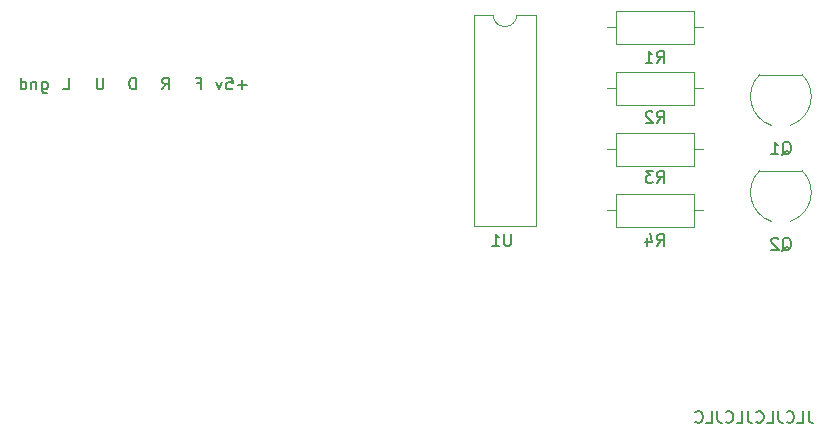
<source format=gbo>
%TF.GenerationSoftware,KiCad,Pcbnew,(5.1.10)-1*%
%TF.CreationDate,2021-06-16T14:50:00-05:00*%
%TF.ProjectId,nes-c64,6e65732d-6336-4342-9e6b-696361645f70,rev?*%
%TF.SameCoordinates,Original*%
%TF.FileFunction,Legend,Bot*%
%TF.FilePolarity,Positive*%
%FSLAX46Y46*%
G04 Gerber Fmt 4.6, Leading zero omitted, Abs format (unit mm)*
G04 Created by KiCad (PCBNEW (5.1.10)-1) date 2021-06-16 14:50:00*
%MOMM*%
%LPD*%
G01*
G04 APERTURE LIST*
%ADD10C,0.150000*%
%ADD11C,0.120000*%
%ADD12O,1.600000X1.600000*%
%ADD13R,1.600000X1.600000*%
%ADD14R,1.100000X1.800000*%
%ADD15C,1.600000*%
%ADD16R,0.889000X0.889000*%
G04 APERTURE END LIST*
D10*
X190293047Y-109688380D02*
X190293047Y-110402666D01*
X190340666Y-110545523D01*
X190435904Y-110640761D01*
X190578761Y-110688380D01*
X190674000Y-110688380D01*
X189340666Y-110688380D02*
X189816857Y-110688380D01*
X189816857Y-109688380D01*
X188435904Y-110593142D02*
X188483523Y-110640761D01*
X188626380Y-110688380D01*
X188721619Y-110688380D01*
X188864476Y-110640761D01*
X188959714Y-110545523D01*
X189007333Y-110450285D01*
X189054952Y-110259809D01*
X189054952Y-110116952D01*
X189007333Y-109926476D01*
X188959714Y-109831238D01*
X188864476Y-109736000D01*
X188721619Y-109688380D01*
X188626380Y-109688380D01*
X188483523Y-109736000D01*
X188435904Y-109783619D01*
X187721619Y-109688380D02*
X187721619Y-110402666D01*
X187769238Y-110545523D01*
X187864476Y-110640761D01*
X188007333Y-110688380D01*
X188102571Y-110688380D01*
X186769238Y-110688380D02*
X187245428Y-110688380D01*
X187245428Y-109688380D01*
X185864476Y-110593142D02*
X185912095Y-110640761D01*
X186054952Y-110688380D01*
X186150190Y-110688380D01*
X186293047Y-110640761D01*
X186388285Y-110545523D01*
X186435904Y-110450285D01*
X186483523Y-110259809D01*
X186483523Y-110116952D01*
X186435904Y-109926476D01*
X186388285Y-109831238D01*
X186293047Y-109736000D01*
X186150190Y-109688380D01*
X186054952Y-109688380D01*
X185912095Y-109736000D01*
X185864476Y-109783619D01*
X185150190Y-109688380D02*
X185150190Y-110402666D01*
X185197809Y-110545523D01*
X185293047Y-110640761D01*
X185435904Y-110688380D01*
X185531142Y-110688380D01*
X184197809Y-110688380D02*
X184674000Y-110688380D01*
X184674000Y-109688380D01*
X183293047Y-110593142D02*
X183340666Y-110640761D01*
X183483523Y-110688380D01*
X183578761Y-110688380D01*
X183721619Y-110640761D01*
X183816857Y-110545523D01*
X183864476Y-110450285D01*
X183912095Y-110259809D01*
X183912095Y-110116952D01*
X183864476Y-109926476D01*
X183816857Y-109831238D01*
X183721619Y-109736000D01*
X183578761Y-109688380D01*
X183483523Y-109688380D01*
X183340666Y-109736000D01*
X183293047Y-109783619D01*
X182578761Y-109688380D02*
X182578761Y-110402666D01*
X182626380Y-110545523D01*
X182721619Y-110640761D01*
X182864476Y-110688380D01*
X182959714Y-110688380D01*
X181626380Y-110688380D02*
X182102571Y-110688380D01*
X182102571Y-109688380D01*
X180721619Y-110593142D02*
X180769238Y-110640761D01*
X180912095Y-110688380D01*
X181007333Y-110688380D01*
X181150190Y-110640761D01*
X181245428Y-110545523D01*
X181293047Y-110450285D01*
X181340666Y-110259809D01*
X181340666Y-110116952D01*
X181293047Y-109926476D01*
X181245428Y-109831238D01*
X181150190Y-109736000D01*
X181007333Y-109688380D01*
X180912095Y-109688380D01*
X180769238Y-109736000D01*
X180721619Y-109783619D01*
D11*
%TO.C,U1*%
X161942000Y-76140000D02*
X163592000Y-76140000D01*
X161942000Y-94040000D02*
X161942000Y-76140000D01*
X167242000Y-94040000D02*
X161942000Y-94040000D01*
X167242000Y-76140000D02*
X167242000Y-94040000D01*
X165592000Y-76140000D02*
X167242000Y-76140000D01*
X163592000Y-76140000D02*
G75*
G03*
X165592000Y-76140000I1000000J0D01*
G01*
%TO.C,Q2*%
X186160000Y-89336000D02*
X189760000Y-89336000D01*
X189768445Y-89358316D02*
G75*
G02*
X188740000Y-93636000I-1808445J-1827684D01*
G01*
X186148125Y-89344259D02*
G75*
G03*
X187140000Y-93636000I1811875J-1841741D01*
G01*
%TO.C,Q1*%
X186160000Y-81208000D02*
X189760000Y-81208000D01*
X189768445Y-81230316D02*
G75*
G02*
X188740000Y-85508000I-1808445J-1827684D01*
G01*
X186148125Y-81216259D02*
G75*
G03*
X187140000Y-85508000I1811875J-1841741D01*
G01*
%TO.C,R1*%
X173252000Y-77216000D02*
X174022000Y-77216000D01*
X181332000Y-77216000D02*
X180562000Y-77216000D01*
X174022000Y-75846000D02*
X180562000Y-75846000D01*
X174022000Y-78586000D02*
X174022000Y-75846000D01*
X180562000Y-78586000D02*
X174022000Y-78586000D01*
X180562000Y-75846000D02*
X180562000Y-78586000D01*
%TO.C,R2*%
X180562000Y-81010666D02*
X180562000Y-83750666D01*
X180562000Y-83750666D02*
X174022000Y-83750666D01*
X174022000Y-83750666D02*
X174022000Y-81010666D01*
X174022000Y-81010666D02*
X180562000Y-81010666D01*
X181332000Y-82380666D02*
X180562000Y-82380666D01*
X173252000Y-82380666D02*
X174022000Y-82380666D01*
%TO.C,R3*%
X174022000Y-88915332D02*
X174022000Y-86175332D01*
X174022000Y-86175332D02*
X180562000Y-86175332D01*
X180562000Y-86175332D02*
X180562000Y-88915332D01*
X180562000Y-88915332D02*
X174022000Y-88915332D01*
X173252000Y-87545332D02*
X174022000Y-87545332D01*
X181332000Y-87545332D02*
X180562000Y-87545332D01*
%TO.C,R4*%
X181332000Y-92710000D02*
X180562000Y-92710000D01*
X173252000Y-92710000D02*
X174022000Y-92710000D01*
X180562000Y-94080000D02*
X174022000Y-94080000D01*
X180562000Y-91340000D02*
X180562000Y-94080000D01*
X174022000Y-91340000D02*
X180562000Y-91340000D01*
X174022000Y-94080000D02*
X174022000Y-91340000D01*
%TO.C,U1*%
D10*
X165099904Y-94702380D02*
X165099904Y-95511904D01*
X165052285Y-95607142D01*
X165004666Y-95654761D01*
X164909428Y-95702380D01*
X164718952Y-95702380D01*
X164623714Y-95654761D01*
X164576095Y-95607142D01*
X164528476Y-95511904D01*
X164528476Y-94702380D01*
X163528476Y-95702380D02*
X164099904Y-95702380D01*
X163814190Y-95702380D02*
X163814190Y-94702380D01*
X163909428Y-94845238D01*
X164004666Y-94940476D01*
X164099904Y-94988095D01*
%TO.C,Q2*%
X188055238Y-96133619D02*
X188150476Y-96086000D01*
X188245714Y-95990761D01*
X188388571Y-95847904D01*
X188483809Y-95800285D01*
X188579047Y-95800285D01*
X188531428Y-96038380D02*
X188626666Y-95990761D01*
X188721904Y-95895523D01*
X188769523Y-95705047D01*
X188769523Y-95371714D01*
X188721904Y-95181238D01*
X188626666Y-95086000D01*
X188531428Y-95038380D01*
X188340952Y-95038380D01*
X188245714Y-95086000D01*
X188150476Y-95181238D01*
X188102857Y-95371714D01*
X188102857Y-95705047D01*
X188150476Y-95895523D01*
X188245714Y-95990761D01*
X188340952Y-96038380D01*
X188531428Y-96038380D01*
X187721904Y-95133619D02*
X187674285Y-95086000D01*
X187579047Y-95038380D01*
X187340952Y-95038380D01*
X187245714Y-95086000D01*
X187198095Y-95133619D01*
X187150476Y-95228857D01*
X187150476Y-95324095D01*
X187198095Y-95466952D01*
X187769523Y-96038380D01*
X187150476Y-96038380D01*
%TO.C,Q1*%
X188055238Y-88005619D02*
X188150476Y-87958000D01*
X188245714Y-87862761D01*
X188388571Y-87719904D01*
X188483809Y-87672285D01*
X188579047Y-87672285D01*
X188531428Y-87910380D02*
X188626666Y-87862761D01*
X188721904Y-87767523D01*
X188769523Y-87577047D01*
X188769523Y-87243714D01*
X188721904Y-87053238D01*
X188626666Y-86958000D01*
X188531428Y-86910380D01*
X188340952Y-86910380D01*
X188245714Y-86958000D01*
X188150476Y-87053238D01*
X188102857Y-87243714D01*
X188102857Y-87577047D01*
X188150476Y-87767523D01*
X188245714Y-87862761D01*
X188340952Y-87910380D01*
X188531428Y-87910380D01*
X187150476Y-87910380D02*
X187721904Y-87910380D01*
X187436190Y-87910380D02*
X187436190Y-86910380D01*
X187531428Y-87053238D01*
X187626666Y-87148476D01*
X187721904Y-87196095D01*
%TO.C,R1*%
X177458666Y-80208380D02*
X177792000Y-79732190D01*
X178030095Y-80208380D02*
X178030095Y-79208380D01*
X177649142Y-79208380D01*
X177553904Y-79256000D01*
X177506285Y-79303619D01*
X177458666Y-79398857D01*
X177458666Y-79541714D01*
X177506285Y-79636952D01*
X177553904Y-79684571D01*
X177649142Y-79732190D01*
X178030095Y-79732190D01*
X176506285Y-80208380D02*
X177077714Y-80208380D01*
X176792000Y-80208380D02*
X176792000Y-79208380D01*
X176887238Y-79351238D01*
X176982476Y-79446476D01*
X177077714Y-79494095D01*
%TO.C,J1*%
X125404476Y-81795714D02*
X125404476Y-82605238D01*
X125452095Y-82700476D01*
X125499714Y-82748095D01*
X125594952Y-82795714D01*
X125737809Y-82795714D01*
X125833047Y-82748095D01*
X125404476Y-82414761D02*
X125499714Y-82462380D01*
X125690190Y-82462380D01*
X125785428Y-82414761D01*
X125833047Y-82367142D01*
X125880666Y-82271904D01*
X125880666Y-81986190D01*
X125833047Y-81890952D01*
X125785428Y-81843333D01*
X125690190Y-81795714D01*
X125499714Y-81795714D01*
X125404476Y-81843333D01*
X124928285Y-81795714D02*
X124928285Y-82462380D01*
X124928285Y-81890952D02*
X124880666Y-81843333D01*
X124785428Y-81795714D01*
X124642571Y-81795714D01*
X124547333Y-81843333D01*
X124499714Y-81938571D01*
X124499714Y-82462380D01*
X123594952Y-82462380D02*
X123594952Y-81462380D01*
X123594952Y-82414761D02*
X123690190Y-82462380D01*
X123880666Y-82462380D01*
X123975904Y-82414761D01*
X124023523Y-82367142D01*
X124071142Y-82271904D01*
X124071142Y-81986190D01*
X124023523Y-81890952D01*
X123975904Y-81843333D01*
X123880666Y-81795714D01*
X123690190Y-81795714D01*
X123594952Y-81843333D01*
%TO.C,J2*%
X127198476Y-82462380D02*
X127674666Y-82462380D01*
X127674666Y-81462380D01*
%TO.C,J3*%
X130587714Y-81462380D02*
X130587714Y-82271904D01*
X130540095Y-82367142D01*
X130492476Y-82414761D01*
X130397238Y-82462380D01*
X130206761Y-82462380D01*
X130111523Y-82414761D01*
X130063904Y-82367142D01*
X130016285Y-82271904D01*
X130016285Y-81462380D01*
%TO.C,J4*%
X133357904Y-82462380D02*
X133357904Y-81462380D01*
X133119809Y-81462380D01*
X132976952Y-81510000D01*
X132881714Y-81605238D01*
X132834095Y-81700476D01*
X132786476Y-81890952D01*
X132786476Y-82033809D01*
X132834095Y-82224285D01*
X132881714Y-82319523D01*
X132976952Y-82414761D01*
X133119809Y-82462380D01*
X133357904Y-82462380D01*
%TO.C,J5*%
X135580476Y-82462380D02*
X135913809Y-81986190D01*
X136151904Y-82462380D02*
X136151904Y-81462380D01*
X135770952Y-81462380D01*
X135675714Y-81510000D01*
X135628095Y-81557619D01*
X135580476Y-81652857D01*
X135580476Y-81795714D01*
X135628095Y-81890952D01*
X135675714Y-81938571D01*
X135770952Y-81986190D01*
X136151904Y-81986190D01*
%TO.C,J6*%
X138541142Y-81938571D02*
X138874476Y-81938571D01*
X138874476Y-82462380D02*
X138874476Y-81462380D01*
X138398285Y-81462380D01*
%TO.C,J7*%
X142716095Y-82081428D02*
X141954190Y-82081428D01*
X142335142Y-82462380D02*
X142335142Y-81700476D01*
X141001809Y-81462380D02*
X141478000Y-81462380D01*
X141525619Y-81938571D01*
X141478000Y-81890952D01*
X141382761Y-81843333D01*
X141144666Y-81843333D01*
X141049428Y-81890952D01*
X141001809Y-81938571D01*
X140954190Y-82033809D01*
X140954190Y-82271904D01*
X141001809Y-82367142D01*
X141049428Y-82414761D01*
X141144666Y-82462380D01*
X141382761Y-82462380D01*
X141478000Y-82414761D01*
X141525619Y-82367142D01*
X140620857Y-81795714D02*
X140382761Y-82462380D01*
X140144666Y-81795714D01*
%TO.C,R2*%
X177458666Y-85288380D02*
X177792000Y-84812190D01*
X178030095Y-85288380D02*
X178030095Y-84288380D01*
X177649142Y-84288380D01*
X177553904Y-84336000D01*
X177506285Y-84383619D01*
X177458666Y-84478857D01*
X177458666Y-84621714D01*
X177506285Y-84716952D01*
X177553904Y-84764571D01*
X177649142Y-84812190D01*
X178030095Y-84812190D01*
X177077714Y-84383619D02*
X177030095Y-84336000D01*
X176934857Y-84288380D01*
X176696761Y-84288380D01*
X176601523Y-84336000D01*
X176553904Y-84383619D01*
X176506285Y-84478857D01*
X176506285Y-84574095D01*
X176553904Y-84716952D01*
X177125333Y-85288380D01*
X176506285Y-85288380D01*
%TO.C,R3*%
X177458666Y-90368380D02*
X177792000Y-89892190D01*
X178030095Y-90368380D02*
X178030095Y-89368380D01*
X177649142Y-89368380D01*
X177553904Y-89416000D01*
X177506285Y-89463619D01*
X177458666Y-89558857D01*
X177458666Y-89701714D01*
X177506285Y-89796952D01*
X177553904Y-89844571D01*
X177649142Y-89892190D01*
X178030095Y-89892190D01*
X177125333Y-89368380D02*
X176506285Y-89368380D01*
X176839619Y-89749333D01*
X176696761Y-89749333D01*
X176601523Y-89796952D01*
X176553904Y-89844571D01*
X176506285Y-89939809D01*
X176506285Y-90177904D01*
X176553904Y-90273142D01*
X176601523Y-90320761D01*
X176696761Y-90368380D01*
X176982476Y-90368380D01*
X177077714Y-90320761D01*
X177125333Y-90273142D01*
%TO.C,R4*%
X177458666Y-95702380D02*
X177792000Y-95226190D01*
X178030095Y-95702380D02*
X178030095Y-94702380D01*
X177649142Y-94702380D01*
X177553904Y-94750000D01*
X177506285Y-94797619D01*
X177458666Y-94892857D01*
X177458666Y-95035714D01*
X177506285Y-95130952D01*
X177553904Y-95178571D01*
X177649142Y-95226190D01*
X178030095Y-95226190D01*
X176601523Y-95035714D02*
X176601523Y-95702380D01*
X176839619Y-94654761D02*
X177077714Y-95369047D01*
X176458666Y-95369047D01*
%TD*%
%LPC*%
D12*
%TO.C,U1*%
X160782000Y-77470000D03*
X168402000Y-92710000D03*
X160782000Y-80010000D03*
X168402000Y-90170000D03*
X160782000Y-82550000D03*
X168402000Y-87630000D03*
X160782000Y-85090000D03*
X168402000Y-85090000D03*
X160782000Y-87630000D03*
X168402000Y-82550000D03*
X160782000Y-90170000D03*
X168402000Y-80010000D03*
X160782000Y-92710000D03*
D13*
X168402000Y-77470000D03*
%TD*%
D14*
%TO.C,Q2*%
X186690000Y-90786000D03*
G36*
G01*
X188680000Y-91411000D02*
X188680000Y-90161000D01*
G75*
G02*
X188955000Y-89886000I275000J0D01*
G01*
X189505000Y-89886000D01*
G75*
G02*
X189780000Y-90161000I0J-275000D01*
G01*
X189780000Y-91411000D01*
G75*
G02*
X189505000Y-91686000I-275000J0D01*
G01*
X188955000Y-91686000D01*
G75*
G02*
X188680000Y-91411000I0J275000D01*
G01*
G37*
G36*
G01*
X187410000Y-93481000D02*
X187410000Y-92231000D01*
G75*
G02*
X187685000Y-91956000I275000J0D01*
G01*
X188235000Y-91956000D01*
G75*
G02*
X188510000Y-92231000I0J-275000D01*
G01*
X188510000Y-93481000D01*
G75*
G02*
X188235000Y-93756000I-275000J0D01*
G01*
X187685000Y-93756000D01*
G75*
G02*
X187410000Y-93481000I0J275000D01*
G01*
G37*
%TD*%
%TO.C,Q1*%
X186690000Y-82658000D03*
G36*
G01*
X188680000Y-83283000D02*
X188680000Y-82033000D01*
G75*
G02*
X188955000Y-81758000I275000J0D01*
G01*
X189505000Y-81758000D01*
G75*
G02*
X189780000Y-82033000I0J-275000D01*
G01*
X189780000Y-83283000D01*
G75*
G02*
X189505000Y-83558000I-275000J0D01*
G01*
X188955000Y-83558000D01*
G75*
G02*
X188680000Y-83283000I0J275000D01*
G01*
G37*
G36*
G01*
X187410000Y-85353000D02*
X187410000Y-84103000D01*
G75*
G02*
X187685000Y-83828000I275000J0D01*
G01*
X188235000Y-83828000D01*
G75*
G02*
X188510000Y-84103000I0J-275000D01*
G01*
X188510000Y-85353000D01*
G75*
G02*
X188235000Y-85628000I-275000J0D01*
G01*
X187685000Y-85628000D01*
G75*
G02*
X187410000Y-85353000I0J275000D01*
G01*
G37*
%TD*%
D15*
%TO.C,R1*%
X182372000Y-77216000D03*
D12*
X172212000Y-77216000D03*
%TD*%
D16*
%TO.C,SW1*%
X99568000Y-98552000D03*
X90932000Y-98552000D03*
%TD*%
%TO.C,SW2*%
X108712000Y-89662000D03*
X100076000Y-89662000D03*
%TD*%
%TO.C,SW3*%
X108712000Y-107696000D03*
X100076000Y-107696000D03*
%TD*%
%TO.C,SW4*%
X117602000Y-98552000D03*
X108966000Y-98552000D03*
%TD*%
%TO.C,SW5*%
X136144000Y-104648000D03*
X127508000Y-104648000D03*
%TD*%
%TO.C,SW6*%
X152400000Y-104648000D03*
X143764000Y-104648000D03*
%TD*%
%TO.C,SW7*%
X173990000Y-104648000D03*
X165354000Y-104648000D03*
%TD*%
%TO.C,SW8*%
X189738000Y-104648000D03*
X181102000Y-104648000D03*
%TD*%
%TO.C,J1*%
G36*
G01*
X123914000Y-80560000D02*
X123914000Y-79460000D01*
G75*
G02*
X124164000Y-79210000I250000J0D01*
G01*
X125264000Y-79210000D01*
G75*
G02*
X125514000Y-79460000I0J-250000D01*
G01*
X125514000Y-80560000D01*
G75*
G02*
X125264000Y-80810000I-250000J0D01*
G01*
X124164000Y-80810000D01*
G75*
G02*
X123914000Y-80560000I0J250000D01*
G01*
G37*
%TD*%
%TO.C,J2*%
G36*
G01*
X126708000Y-80560000D02*
X126708000Y-79460000D01*
G75*
G02*
X126958000Y-79210000I250000J0D01*
G01*
X128058000Y-79210000D01*
G75*
G02*
X128308000Y-79460000I0J-250000D01*
G01*
X128308000Y-80560000D01*
G75*
G02*
X128058000Y-80810000I-250000J0D01*
G01*
X126958000Y-80810000D01*
G75*
G02*
X126708000Y-80560000I0J250000D01*
G01*
G37*
%TD*%
%TO.C,J3*%
G36*
G01*
X129502000Y-80560000D02*
X129502000Y-79460000D01*
G75*
G02*
X129752000Y-79210000I250000J0D01*
G01*
X130852000Y-79210000D01*
G75*
G02*
X131102000Y-79460000I0J-250000D01*
G01*
X131102000Y-80560000D01*
G75*
G02*
X130852000Y-80810000I-250000J0D01*
G01*
X129752000Y-80810000D01*
G75*
G02*
X129502000Y-80560000I0J250000D01*
G01*
G37*
%TD*%
%TO.C,J4*%
G36*
G01*
X132296000Y-80560000D02*
X132296000Y-79460000D01*
G75*
G02*
X132546000Y-79210000I250000J0D01*
G01*
X133646000Y-79210000D01*
G75*
G02*
X133896000Y-79460000I0J-250000D01*
G01*
X133896000Y-80560000D01*
G75*
G02*
X133646000Y-80810000I-250000J0D01*
G01*
X132546000Y-80810000D01*
G75*
G02*
X132296000Y-80560000I0J250000D01*
G01*
G37*
%TD*%
%TO.C,J5*%
G36*
G01*
X135090000Y-80560000D02*
X135090000Y-79460000D01*
G75*
G02*
X135340000Y-79210000I250000J0D01*
G01*
X136440000Y-79210000D01*
G75*
G02*
X136690000Y-79460000I0J-250000D01*
G01*
X136690000Y-80560000D01*
G75*
G02*
X136440000Y-80810000I-250000J0D01*
G01*
X135340000Y-80810000D01*
G75*
G02*
X135090000Y-80560000I0J250000D01*
G01*
G37*
%TD*%
%TO.C,J6*%
G36*
G01*
X137884000Y-80560000D02*
X137884000Y-79460000D01*
G75*
G02*
X138134000Y-79210000I250000J0D01*
G01*
X139234000Y-79210000D01*
G75*
G02*
X139484000Y-79460000I0J-250000D01*
G01*
X139484000Y-80560000D01*
G75*
G02*
X139234000Y-80810000I-250000J0D01*
G01*
X138134000Y-80810000D01*
G75*
G02*
X137884000Y-80560000I0J250000D01*
G01*
G37*
%TD*%
%TO.C,J7*%
G36*
G01*
X140678000Y-80560000D02*
X140678000Y-79460000D01*
G75*
G02*
X140928000Y-79210000I250000J0D01*
G01*
X142028000Y-79210000D01*
G75*
G02*
X142278000Y-79460000I0J-250000D01*
G01*
X142278000Y-80560000D01*
G75*
G02*
X142028000Y-80810000I-250000J0D01*
G01*
X140928000Y-80810000D01*
G75*
G02*
X140678000Y-80560000I0J250000D01*
G01*
G37*
%TD*%
D12*
%TO.C,R2*%
X172212000Y-82380666D03*
D15*
X182372000Y-82380666D03*
%TD*%
D12*
%TO.C,R3*%
X182372000Y-87545332D03*
D15*
X172212000Y-87545332D03*
%TD*%
%TO.C,R4*%
X172212000Y-92710000D03*
D12*
X182372000Y-92710000D03*
%TD*%
M02*

</source>
